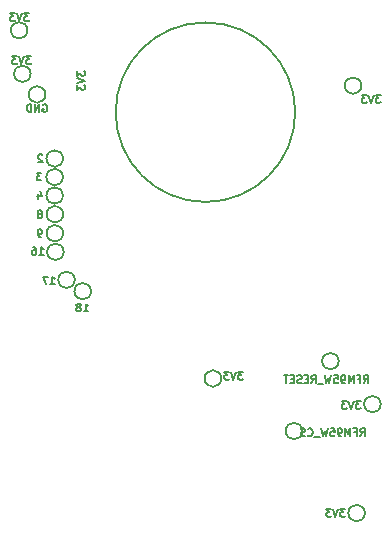
<source format=gbo>
%TF.GenerationSoftware,KiCad,Pcbnew,6.0.11-2627ca5db0~126~ubuntu22.04.1*%
%TF.CreationDate,2023-02-10T03:37:06+05:30*%
%TF.ProjectId,thermal_sampler,74686572-6d61-46c5-9f73-616d706c6572,rev?*%
%TF.SameCoordinates,Original*%
%TF.FileFunction,Legend,Bot*%
%TF.FilePolarity,Positive*%
%FSLAX46Y46*%
G04 Gerber Fmt 4.6, Leading zero omitted, Abs format (unit mm)*
G04 Created by KiCad (PCBNEW 6.0.11-2627ca5db0~126~ubuntu22.04.1) date 2023-02-10 03:37:06*
%MOMM*%
%LPD*%
G01*
G04 APERTURE LIST*
%ADD10C,0.160000*%
G04 APERTURE END LIST*
D10*
X170147648Y-157180315D02*
X170364315Y-156870791D01*
X170519077Y-157180315D02*
X170519077Y-156530315D01*
X170271458Y-156530315D01*
X170209553Y-156561268D01*
X170178601Y-156592220D01*
X170147648Y-156654125D01*
X170147648Y-156746982D01*
X170178601Y-156808887D01*
X170209553Y-156839839D01*
X170271458Y-156870791D01*
X170519077Y-156870791D01*
X169652410Y-156839839D02*
X169869077Y-156839839D01*
X169869077Y-157180315D02*
X169869077Y-156530315D01*
X169559553Y-156530315D01*
X169311934Y-157180315D02*
X169311934Y-156530315D01*
X169095267Y-156994601D01*
X168878601Y-156530315D01*
X168878601Y-157180315D01*
X168538125Y-157180315D02*
X168414315Y-157180315D01*
X168352410Y-157149363D01*
X168321458Y-157118410D01*
X168259553Y-157025553D01*
X168228601Y-156901744D01*
X168228601Y-156654125D01*
X168259553Y-156592220D01*
X168290506Y-156561268D01*
X168352410Y-156530315D01*
X168476220Y-156530315D01*
X168538125Y-156561268D01*
X168569077Y-156592220D01*
X168600029Y-156654125D01*
X168600029Y-156808887D01*
X168569077Y-156870791D01*
X168538125Y-156901744D01*
X168476220Y-156932696D01*
X168352410Y-156932696D01*
X168290506Y-156901744D01*
X168259553Y-156870791D01*
X168228601Y-156808887D01*
X167640506Y-156530315D02*
X167950029Y-156530315D01*
X167980982Y-156839839D01*
X167950029Y-156808887D01*
X167888125Y-156777934D01*
X167733363Y-156777934D01*
X167671458Y-156808887D01*
X167640506Y-156839839D01*
X167609553Y-156901744D01*
X167609553Y-157056506D01*
X167640506Y-157118410D01*
X167671458Y-157149363D01*
X167733363Y-157180315D01*
X167888125Y-157180315D01*
X167950029Y-157149363D01*
X167980982Y-157118410D01*
X167392886Y-156530315D02*
X167238125Y-157180315D01*
X167114315Y-156716029D01*
X166990506Y-157180315D01*
X166835744Y-156530315D01*
X166742886Y-157242220D02*
X166247648Y-157242220D01*
X165721458Y-157180315D02*
X165938125Y-156870791D01*
X166092886Y-157180315D02*
X166092886Y-156530315D01*
X165845267Y-156530315D01*
X165783363Y-156561268D01*
X165752410Y-156592220D01*
X165721458Y-156654125D01*
X165721458Y-156746982D01*
X165752410Y-156808887D01*
X165783363Y-156839839D01*
X165845267Y-156870791D01*
X166092886Y-156870791D01*
X165442886Y-156839839D02*
X165226220Y-156839839D01*
X165133363Y-157180315D02*
X165442886Y-157180315D01*
X165442886Y-156530315D01*
X165133363Y-156530315D01*
X164885744Y-157149363D02*
X164792886Y-157180315D01*
X164638125Y-157180315D01*
X164576220Y-157149363D01*
X164545267Y-157118410D01*
X164514315Y-157056506D01*
X164514315Y-156994601D01*
X164545267Y-156932696D01*
X164576220Y-156901744D01*
X164638125Y-156870791D01*
X164761934Y-156839839D01*
X164823839Y-156808887D01*
X164854791Y-156777934D01*
X164885744Y-156716029D01*
X164885744Y-156654125D01*
X164854791Y-156592220D01*
X164823839Y-156561268D01*
X164761934Y-156530315D01*
X164607172Y-156530315D01*
X164514315Y-156561268D01*
X164235744Y-156839839D02*
X164019077Y-156839839D01*
X163926220Y-157180315D02*
X164235744Y-157180315D01*
X164235744Y-156530315D01*
X163926220Y-156530315D01*
X163740506Y-156530315D02*
X163369077Y-156530315D01*
X163554791Y-157180315D02*
X163554791Y-156530315D01*
X142848751Y-144814175D02*
X142724942Y-144814175D01*
X142663037Y-144783223D01*
X142632084Y-144752270D01*
X142570180Y-144659413D01*
X142539227Y-144535604D01*
X142539227Y-144287985D01*
X142570180Y-144226080D01*
X142601132Y-144195128D01*
X142663037Y-144164175D01*
X142786846Y-144164175D01*
X142848751Y-144195128D01*
X142879703Y-144226080D01*
X142910656Y-144287985D01*
X142910656Y-144442747D01*
X142879703Y-144504651D01*
X142848751Y-144535604D01*
X142786846Y-144566556D01*
X142663037Y-144566556D01*
X142601132Y-144535604D01*
X142570180Y-144504651D01*
X142539227Y-144442747D01*
X171577637Y-132811942D02*
X171175256Y-132811942D01*
X171391923Y-133059561D01*
X171299066Y-133059561D01*
X171237161Y-133090514D01*
X171206209Y-133121466D01*
X171175256Y-133183371D01*
X171175256Y-133338133D01*
X171206209Y-133400037D01*
X171237161Y-133430990D01*
X171299066Y-133461942D01*
X171484780Y-133461942D01*
X171546685Y-133430990D01*
X171577637Y-133400037D01*
X170989542Y-132811942D02*
X170772876Y-133461942D01*
X170556209Y-132811942D01*
X170401447Y-132811942D02*
X169999066Y-132811942D01*
X170215733Y-133059561D01*
X170122876Y-133059561D01*
X170060971Y-133090514D01*
X170030018Y-133121466D01*
X169999066Y-133183371D01*
X169999066Y-133338133D01*
X170030018Y-133400037D01*
X170060971Y-133430990D01*
X170122876Y-133461942D01*
X170308590Y-133461942D01*
X170370495Y-133430990D01*
X170401447Y-133400037D01*
X169866450Y-161669254D02*
X170083117Y-161359730D01*
X170237879Y-161669254D02*
X170237879Y-161019254D01*
X169990260Y-161019254D01*
X169928355Y-161050207D01*
X169897402Y-161081159D01*
X169866450Y-161143064D01*
X169866450Y-161235921D01*
X169897402Y-161297826D01*
X169928355Y-161328778D01*
X169990260Y-161359730D01*
X170237879Y-161359730D01*
X169371212Y-161328778D02*
X169587879Y-161328778D01*
X169587879Y-161669254D02*
X169587879Y-161019254D01*
X169278355Y-161019254D01*
X169030736Y-161669254D02*
X169030736Y-161019254D01*
X168814069Y-161483540D01*
X168597402Y-161019254D01*
X168597402Y-161669254D01*
X168256926Y-161669254D02*
X168133117Y-161669254D01*
X168071212Y-161638302D01*
X168040260Y-161607349D01*
X167978355Y-161514492D01*
X167947402Y-161390683D01*
X167947402Y-161143064D01*
X167978355Y-161081159D01*
X168009307Y-161050207D01*
X168071212Y-161019254D01*
X168195022Y-161019254D01*
X168256926Y-161050207D01*
X168287879Y-161081159D01*
X168318831Y-161143064D01*
X168318831Y-161297826D01*
X168287879Y-161359730D01*
X168256926Y-161390683D01*
X168195022Y-161421635D01*
X168071212Y-161421635D01*
X168009307Y-161390683D01*
X167978355Y-161359730D01*
X167947402Y-161297826D01*
X167359307Y-161019254D02*
X167668831Y-161019254D01*
X167699783Y-161328778D01*
X167668831Y-161297826D01*
X167606926Y-161266873D01*
X167452164Y-161266873D01*
X167390260Y-161297826D01*
X167359307Y-161328778D01*
X167328355Y-161390683D01*
X167328355Y-161545445D01*
X167359307Y-161607349D01*
X167390260Y-161638302D01*
X167452164Y-161669254D01*
X167606926Y-161669254D01*
X167668831Y-161638302D01*
X167699783Y-161607349D01*
X167111688Y-161019254D02*
X166956926Y-161669254D01*
X166833117Y-161204968D01*
X166709307Y-161669254D01*
X166554545Y-161019254D01*
X166461688Y-161731159D02*
X165966450Y-161731159D01*
X165440260Y-161607349D02*
X165471212Y-161638302D01*
X165564069Y-161669254D01*
X165625974Y-161669254D01*
X165718831Y-161638302D01*
X165780736Y-161576397D01*
X165811688Y-161514492D01*
X165842641Y-161390683D01*
X165842641Y-161297826D01*
X165811688Y-161174016D01*
X165780736Y-161112111D01*
X165718831Y-161050207D01*
X165625974Y-161019254D01*
X165564069Y-161019254D01*
X165471212Y-161050207D01*
X165440260Y-161081159D01*
X165192641Y-161638302D02*
X165099783Y-161669254D01*
X164945022Y-161669254D01*
X164883117Y-161638302D01*
X164852164Y-161607349D01*
X164821212Y-161545445D01*
X164821212Y-161483540D01*
X164852164Y-161421635D01*
X164883117Y-161390683D01*
X164945022Y-161359730D01*
X165068831Y-161328778D01*
X165130736Y-161297826D01*
X165161688Y-161266873D01*
X165192641Y-161204968D01*
X165192641Y-161143064D01*
X165161688Y-161081159D01*
X165130736Y-161050207D01*
X165068831Y-161019254D01*
X164914069Y-161019254D01*
X164821212Y-161050207D01*
X142570570Y-141171837D02*
X142570570Y-141605170D01*
X142725332Y-140924218D02*
X142880094Y-141388503D01*
X142477713Y-141388503D01*
X141804761Y-125894047D02*
X141402380Y-125894047D01*
X141619047Y-126141666D01*
X141526190Y-126141666D01*
X141464285Y-126172619D01*
X141433333Y-126203571D01*
X141402380Y-126265476D01*
X141402380Y-126420238D01*
X141433333Y-126482142D01*
X141464285Y-126513095D01*
X141526190Y-126544047D01*
X141711904Y-126544047D01*
X141773809Y-126513095D01*
X141804761Y-126482142D01*
X141216666Y-125894047D02*
X141000000Y-126544047D01*
X140783333Y-125894047D01*
X140628571Y-125894047D02*
X140226190Y-125894047D01*
X140442857Y-126141666D01*
X140350000Y-126141666D01*
X140288095Y-126172619D01*
X140257142Y-126203571D01*
X140226190Y-126265476D01*
X140226190Y-126420238D01*
X140257142Y-126482142D01*
X140288095Y-126513095D01*
X140350000Y-126544047D01*
X140535714Y-126544047D01*
X140597619Y-126513095D01*
X140628571Y-126482142D01*
X145895381Y-130769374D02*
X145895381Y-131171755D01*
X146143000Y-130955088D01*
X146143000Y-131047945D01*
X146173953Y-131109850D01*
X146204905Y-131140802D01*
X146266810Y-131171755D01*
X146421572Y-131171755D01*
X146483476Y-131140802D01*
X146514429Y-131109850D01*
X146545381Y-131047945D01*
X146545381Y-130862231D01*
X146514429Y-130800326D01*
X146483476Y-130769374D01*
X145895381Y-131357469D02*
X146545381Y-131574136D01*
X145895381Y-131790802D01*
X145895381Y-131945564D02*
X145895381Y-132347945D01*
X146143000Y-132131278D01*
X146143000Y-132224136D01*
X146173953Y-132286040D01*
X146204905Y-132316993D01*
X146266810Y-132347945D01*
X146421572Y-132347945D01*
X146483476Y-132316993D01*
X146514429Y-132286040D01*
X146545381Y-132224136D01*
X146545381Y-132038421D01*
X146514429Y-131976516D01*
X146483476Y-131945564D01*
X142862147Y-139378174D02*
X142459766Y-139378174D01*
X142676433Y-139625793D01*
X142583576Y-139625793D01*
X142521671Y-139656746D01*
X142490719Y-139687698D01*
X142459766Y-139749603D01*
X142459766Y-139904365D01*
X142490719Y-139966269D01*
X142521671Y-139997222D01*
X142583576Y-140028174D01*
X142769290Y-140028174D01*
X142831195Y-139997222D01*
X142862147Y-139966269D01*
X142935714Y-137881527D02*
X142904761Y-137850575D01*
X142842857Y-137819622D01*
X142688095Y-137819622D01*
X142626190Y-137850575D01*
X142595238Y-137881527D01*
X142564285Y-137943432D01*
X142564285Y-138005336D01*
X142595238Y-138098194D01*
X142966666Y-138469622D01*
X142564285Y-138469622D01*
X168557854Y-167841054D02*
X168155473Y-167841054D01*
X168372140Y-168088673D01*
X168279283Y-168088673D01*
X168217378Y-168119626D01*
X168186426Y-168150578D01*
X168155473Y-168212483D01*
X168155473Y-168367245D01*
X168186426Y-168429149D01*
X168217378Y-168460102D01*
X168279283Y-168491054D01*
X168464997Y-168491054D01*
X168526902Y-168460102D01*
X168557854Y-168429149D01*
X167969759Y-167841054D02*
X167753093Y-168491054D01*
X167536426Y-167841054D01*
X167381664Y-167841054D02*
X166979283Y-167841054D01*
X167195950Y-168088673D01*
X167103093Y-168088673D01*
X167041188Y-168119626D01*
X167010235Y-168150578D01*
X166979283Y-168212483D01*
X166979283Y-168367245D01*
X167010235Y-168429149D01*
X167041188Y-168460102D01*
X167103093Y-168491054D01*
X167288807Y-168491054D01*
X167350712Y-168460102D01*
X167381664Y-168429149D01*
X141981420Y-129521922D02*
X141579039Y-129521922D01*
X141795706Y-129769541D01*
X141702849Y-129769541D01*
X141640944Y-129800494D01*
X141609992Y-129831446D01*
X141579039Y-129893351D01*
X141579039Y-130048113D01*
X141609992Y-130110017D01*
X141640944Y-130140970D01*
X141702849Y-130171922D01*
X141888563Y-130171922D01*
X141950468Y-130140970D01*
X141981420Y-130110017D01*
X141393325Y-129521922D02*
X141176659Y-130171922D01*
X140959992Y-129521922D01*
X140805230Y-129521922D02*
X140402849Y-129521922D01*
X140619516Y-129769541D01*
X140526659Y-129769541D01*
X140464754Y-129800494D01*
X140433801Y-129831446D01*
X140402849Y-129893351D01*
X140402849Y-130048113D01*
X140433801Y-130110017D01*
X140464754Y-130140970D01*
X140526659Y-130171922D01*
X140712373Y-130171922D01*
X140774278Y-130140970D01*
X140805230Y-130110017D01*
X169880412Y-158703890D02*
X169478031Y-158703890D01*
X169694698Y-158951509D01*
X169601841Y-158951509D01*
X169539936Y-158982462D01*
X169508984Y-159013414D01*
X169478031Y-159075319D01*
X169478031Y-159230081D01*
X169508984Y-159291985D01*
X169539936Y-159322938D01*
X169601841Y-159353890D01*
X169787555Y-159353890D01*
X169849460Y-159322938D01*
X169880412Y-159291985D01*
X169292317Y-158703890D02*
X169075651Y-159353890D01*
X168858984Y-158703890D01*
X168704222Y-158703890D02*
X168301841Y-158703890D01*
X168518508Y-158951509D01*
X168425651Y-158951509D01*
X168363746Y-158982462D01*
X168332793Y-159013414D01*
X168301841Y-159075319D01*
X168301841Y-159230081D01*
X168332793Y-159291985D01*
X168363746Y-159322938D01*
X168425651Y-159353890D01*
X168611365Y-159353890D01*
X168673270Y-159322938D01*
X168704222Y-159291985D01*
X142985894Y-133603380D02*
X143047798Y-133572427D01*
X143140656Y-133572427D01*
X143233513Y-133603380D01*
X143295417Y-133665284D01*
X143326370Y-133727189D01*
X143357322Y-133850999D01*
X143357322Y-133943856D01*
X143326370Y-134067665D01*
X143295417Y-134129570D01*
X143233513Y-134191475D01*
X143140656Y-134222427D01*
X143078751Y-134222427D01*
X142985894Y-134191475D01*
X142954941Y-134160522D01*
X142954941Y-133943856D01*
X143078751Y-133943856D01*
X142676370Y-134222427D02*
X142676370Y-133572427D01*
X142304941Y-134222427D01*
X142304941Y-133572427D01*
X141995417Y-134222427D02*
X141995417Y-133572427D01*
X141840656Y-133572427D01*
X141747798Y-133603380D01*
X141685894Y-133665284D01*
X141654941Y-133727189D01*
X141623989Y-133850999D01*
X141623989Y-133943856D01*
X141654941Y-134067665D01*
X141685894Y-134129570D01*
X141747798Y-134191475D01*
X141840656Y-134222427D01*
X141995417Y-134222427D01*
X159917216Y-156234484D02*
X159514835Y-156234484D01*
X159731502Y-156482103D01*
X159638645Y-156482103D01*
X159576740Y-156513056D01*
X159545788Y-156544008D01*
X159514835Y-156605913D01*
X159514835Y-156760675D01*
X159545788Y-156822579D01*
X159576740Y-156853532D01*
X159638645Y-156884484D01*
X159824359Y-156884484D01*
X159886264Y-156853532D01*
X159917216Y-156822579D01*
X159329121Y-156234484D02*
X159112455Y-156884484D01*
X158895788Y-156234484D01*
X158741026Y-156234484D02*
X158338645Y-156234484D01*
X158555312Y-156482103D01*
X158462455Y-156482103D01*
X158400550Y-156513056D01*
X158369597Y-156544008D01*
X158338645Y-156605913D01*
X158338645Y-156760675D01*
X158369597Y-156822579D01*
X158400550Y-156853532D01*
X158462455Y-156884484D01*
X158648169Y-156884484D01*
X158710074Y-156853532D01*
X158741026Y-156822579D01*
X146430612Y-151109937D02*
X146802041Y-151109937D01*
X146616326Y-151109937D02*
X146616326Y-150459937D01*
X146678231Y-150552794D01*
X146740136Y-150614699D01*
X146802041Y-150645651D01*
X146059183Y-150738509D02*
X146121088Y-150707556D01*
X146152041Y-150676604D01*
X146182993Y-150614699D01*
X146182993Y-150583747D01*
X146152041Y-150521842D01*
X146121088Y-150490890D01*
X146059183Y-150459937D01*
X145935374Y-150459937D01*
X145873469Y-150490890D01*
X145842517Y-150521842D01*
X145811564Y-150583747D01*
X145811564Y-150614699D01*
X145842517Y-150676604D01*
X145873469Y-150707556D01*
X145935374Y-150738509D01*
X146059183Y-150738509D01*
X146121088Y-150769461D01*
X146152041Y-150800413D01*
X146182993Y-150862318D01*
X146182993Y-150986128D01*
X146152041Y-151048032D01*
X146121088Y-151078985D01*
X146059183Y-151109937D01*
X145935374Y-151109937D01*
X145873469Y-151078985D01*
X145842517Y-151048032D01*
X145811564Y-150986128D01*
X145811564Y-150862318D01*
X145842517Y-150800413D01*
X145873469Y-150769461D01*
X145935374Y-150738509D01*
X143612800Y-148817791D02*
X143984229Y-148817791D01*
X143798514Y-148817791D02*
X143798514Y-148167791D01*
X143860419Y-148260648D01*
X143922324Y-148322553D01*
X143984229Y-148353505D01*
X143396133Y-148167791D02*
X142962800Y-148167791D01*
X143241371Y-148817791D01*
X142780734Y-142835189D02*
X142842639Y-142804236D01*
X142873591Y-142773284D01*
X142904544Y-142711379D01*
X142904544Y-142680427D01*
X142873591Y-142618522D01*
X142842639Y-142587570D01*
X142780734Y-142556617D01*
X142656925Y-142556617D01*
X142595020Y-142587570D01*
X142564068Y-142618522D01*
X142533115Y-142680427D01*
X142533115Y-142711379D01*
X142564068Y-142773284D01*
X142595020Y-142804236D01*
X142656925Y-142835189D01*
X142780734Y-142835189D01*
X142842639Y-142866141D01*
X142873591Y-142897093D01*
X142904544Y-142958998D01*
X142904544Y-143082808D01*
X142873591Y-143144712D01*
X142842639Y-143175665D01*
X142780734Y-143206617D01*
X142656925Y-143206617D01*
X142595020Y-143175665D01*
X142564068Y-143144712D01*
X142533115Y-143082808D01*
X142533115Y-142958998D01*
X142564068Y-142897093D01*
X142595020Y-142866141D01*
X142656925Y-142835189D01*
X142683716Y-146305599D02*
X143055145Y-146305599D01*
X142869430Y-146305599D02*
X142869430Y-145655599D01*
X142931335Y-145748456D01*
X142993240Y-145810361D01*
X143055145Y-145841313D01*
X142126573Y-145655599D02*
X142250383Y-145655599D01*
X142312287Y-145686552D01*
X142343240Y-145717504D01*
X142405145Y-145810361D01*
X142436097Y-145934171D01*
X142436097Y-146181790D01*
X142405145Y-146243694D01*
X142374192Y-146274647D01*
X142312287Y-146305599D01*
X142188478Y-146305599D01*
X142126573Y-146274647D01*
X142095621Y-146243694D01*
X142064668Y-146181790D01*
X142064668Y-146027028D01*
X142095621Y-145965123D01*
X142126573Y-145934171D01*
X142188478Y-145903218D01*
X142312287Y-145903218D01*
X142374192Y-145934171D01*
X142405145Y-145965123D01*
X142436097Y-146027028D01*
%TO.C,TP16*%
X145690000Y-148440000D02*
G75*
G03*
X145690000Y-148440000I-700000J0D01*
G01*
%TO.C,TP4*%
X158090000Y-156800000D02*
G75*
G03*
X158090000Y-156800000I-700000J0D01*
G01*
%TO.C,TP56*%
X164950000Y-161250000D02*
G75*
G03*
X164950000Y-161250000I-700000J0D01*
G01*
%TO.C,TP17*%
X144750000Y-146070000D02*
G75*
G03*
X144750000Y-146070000I-700000J0D01*
G01*
%TO.C,TP15*%
X147060000Y-149410000D02*
G75*
G03*
X147060000Y-149410000I-700000J0D01*
G01*
%TO.C,TP22*%
X144682507Y-141306740D02*
G75*
G03*
X144682507Y-141306740I-700000J0D01*
G01*
%TO.C,TP3*%
X169950000Y-132000000D02*
G75*
G03*
X169950000Y-132000000I-700000J0D01*
G01*
%TO.C,TP2*%
X143200000Y-132750000D02*
G75*
G03*
X143200000Y-132750000I-700000J0D01*
G01*
%TO.C,TP7*%
X141950000Y-131000000D02*
G75*
G03*
X141950000Y-131000000I-700000J0D01*
G01*
%TO.C,TP20*%
X144686459Y-138175575D02*
G75*
G03*
X144686459Y-138175575I-700000J0D01*
G01*
%TO.C,TP21*%
X144682376Y-139743857D02*
G75*
G03*
X144682376Y-139743857I-700000J0D01*
G01*
%TO.C,TP5*%
X170250000Y-168190000D02*
G75*
G03*
X170250000Y-168190000I-700000J0D01*
G01*
%TO.C,TP6*%
X141680000Y-127320000D02*
G75*
G03*
X141680000Y-127320000I-700000J0D01*
G01*
%TO.C,TP8*%
X171590000Y-158970000D02*
G75*
G03*
X171590000Y-158970000I-700000J0D01*
G01*
%TO.C,J1*%
X164350000Y-134250000D02*
G75*
G03*
X164350000Y-134250000I-7600000J0D01*
G01*
%TO.C,TP55*%
X168032764Y-155326726D02*
G75*
G03*
X168032764Y-155326726I-700000J0D01*
G01*
%TO.C,TP24*%
X144700000Y-144500000D02*
G75*
G03*
X144700000Y-144500000I-700000J0D01*
G01*
%TO.C,TP23*%
X144705836Y-142887102D02*
G75*
G03*
X144705836Y-142887102I-700000J0D01*
G01*
%TD*%
M02*

</source>
